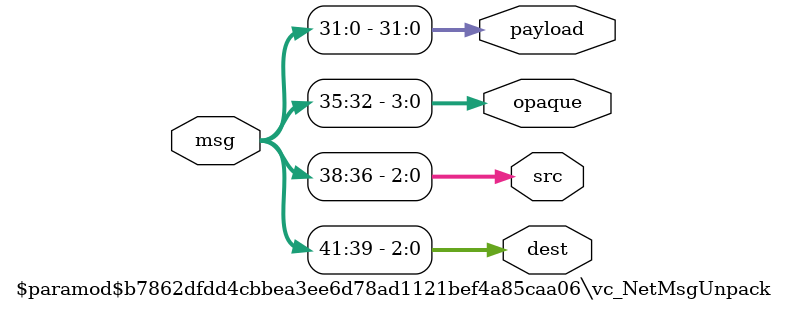
<source format=v>

`ifndef VC_NET_MSGS_V
`define VC_NET_MSGS_V


// Size of message

`define VC_NET_MSG_NBITS(p_,o_,s_)       p_ + o_ + ( 2 * s_ )

// Payload field

`define VC_NET_MSG_PAYLOAD_NBITS(p_,o_,s_)  p_

`define VC_NET_MSG_PAYLOAD_MSB(p_,o_,s_)                                \
  ( `VC_NET_MSG_PAYLOAD_NBITS(p_,o_,s_) - 1 )

`define VC_NET_MSG_PAYLOAD_FIELD(p_,o_,s_)                              \
  ( `VC_NET_MSG_PAYLOAD_MSB(p_,o_,s_) ) : 0

// Opaque field

`define VC_NET_MSG_OPAQUE_NBITS(p_,o_,s_) o_

`define VC_NET_MSG_OPAQUE_MSB(p_,o_,s_)                                 \
  ( `VC_NET_MSG_PAYLOAD_MSB(p_,o_,s_) +                                 \
  `VC_NET_MSG_OPAQUE_NBITS(p_,o_,s_) )

`define VC_NET_MSG_OPAQUE_FIELD(p_,o_,s_)                               \
  ( `VC_NET_MSG_OPAQUE_MSB(p_,o_,s_) ) :                                \
  ( `VC_NET_MSG_PAYLOAD_MSB(p_,o_,s_) + 1 )

// Source field

`define VC_NET_MSG_SRC_NBITS(p_,o_,s_) s_

`define VC_NET_MSG_SRC_MSB(p_,o_,s_)                                    \
  ( `VC_NET_MSG_OPAQUE_MSB(p_,o_,s_) + `VC_NET_MSG_SRC_NBITS(p_,o_,s_) )

`define VC_NET_MSG_SRC_FIELD(p_,o_,s_)                                  \
  ( `VC_NET_MSG_SRC_MSB(p_,o_,s_) ) :                                   \
  ( `VC_NET_MSG_OPAQUE_MSB(p_,o_,s_) + 1 )

// Destination field

`define VC_NET_MSG_DEST_NBITS(p_,o_,s_) s_

`define VC_NET_MSG_DEST_MSB(p_,o_,s_)                                   \
  ( `VC_NET_MSG_SRC_MSB(p_,o_,s_) + `VC_NET_MSG_DEST_NBITS(p_,o_,s_) )

`define VC_NET_MSG_DEST_FIELD(p_,o_,s_)                                 \
  ( `VC_NET_MSG_DEST_MSB(p_,o_,s_) ) :                                  \
  ( `VC_NET_MSG_SRC_MSB(p_,o_,s_) + 1 )

//-------------------------------------------------------------------------
// Pack network message
//-------------------------------------------------------------------------

module vc_NetMsgPack
#(
  parameter p_payload_nbits = 32,
  parameter p_opaque_nbits  = 4,
  parameter p_srcdest_nbits = 3,

  // Shorter names, not to be set from outside the module
  parameter p = p_payload_nbits,
  parameter o = p_opaque_nbits,
  parameter s = p_srcdest_nbits
)
(
  // Input message

  input [`VC_NET_MSG_DEST_NBITS(p,o,s)-1:0]    dest,
  input [`VC_NET_MSG_SRC_NBITS(p,o,s)-1:0]     src,
  input [`VC_NET_MSG_OPAQUE_NBITS(p,o,s)-1:0]  opaque,
  input [`VC_NET_MSG_PAYLOAD_NBITS(p,o,s)-1:0] payload,

  // Output msg

  output [`VC_NET_MSG_NBITS(p,o,s)-1:0]        msg
);

  assign msg[`VC_NET_MSG_DEST_FIELD(p,o,s)]    = dest;
  assign msg[`VC_NET_MSG_SRC_FIELD(p,o,s)]     = src;
  assign msg[`VC_NET_MSG_OPAQUE_FIELD(p,o,s)]  = opaque;
  assign msg[`VC_NET_MSG_PAYLOAD_FIELD(p,o,s)] = payload;

endmodule

//-------------------------------------------------------------------------
// Unpack network message
//-------------------------------------------------------------------------

module vc_NetMsgUnpack
#(
  parameter p_payload_nbits = 32,
  parameter p_opaque_nbits  = 4,
  parameter p_srcdest_nbits = 3,

  // Shorter names, not to be set from outside the module
  parameter p = p_payload_nbits,
  parameter o = p_opaque_nbits,
  parameter s = p_srcdest_nbits
)
(
  // Input message

  input  [`VC_NET_MSG_NBITS(p,o,s)-1:0] msg,

  // Output message

  output [`VC_NET_MSG_DEST_NBITS(p,o,s)-1:0]    dest,
  output [`VC_NET_MSG_SRC_NBITS(p,o,s)-1:0]     src,
  output [`VC_NET_MSG_OPAQUE_NBITS(p,o,s)-1:0]  opaque,
  output [`VC_NET_MSG_PAYLOAD_NBITS(p,o,s)-1:0] payload
);

  assign dest    = msg[`VC_NET_MSG_DEST_FIELD(p,o,s)];
  assign src     = msg[`VC_NET_MSG_SRC_FIELD(p,o,s)];
  assign opaque  = msg[`VC_NET_MSG_OPAQUE_FIELD(p,o,s)];
  assign payload = msg[`VC_NET_MSG_PAYLOAD_FIELD(p,o,s)];

endmodule

//------------------------------------------------------------------------
// Trace message
//------------------------------------------------------------------------

module vc_NetMsgTrace
#(
  parameter p_payload_nbits = 32,
  parameter p_opaque_nbits  = 4,
  parameter p_srcdest_nbits = 3,

  // Shorter names, not to be set from outside the module
  parameter p = p_payload_nbits,
  parameter o = p_opaque_nbits,
  parameter s = p_srcdest_nbits
)
(
  input                                 clk,
  input                                 reset,
  input                                 val,
  input                                 rdy,
  input  [`VC_NET_MSG_NBITS(p,o,s)-1:0] msg
);

  // Extract fields

  wire [`VC_NET_MSG_DEST_FIELD(p,o,s)]    dest;
  wire [`VC_NET_MSG_SRC_FIELD(p,o,s)]     src;
  wire [`VC_NET_MSG_OPAQUE_FIELD(p,o,s)]  opaque;
  wire [`VC_NET_MSG_PAYLOAD_FIELD(p,o,s)] payload;

  vc_NetMsgUnpack#(p,o,s) net_msg_unpack
  (
    .msg     (msg),
    .dest    (dest),
    .src     (src),
    .opaque  (opaque),
    .payload (payload)
  );

endmodule

`endif /* VC_NET_MSGS_V */

</source>
